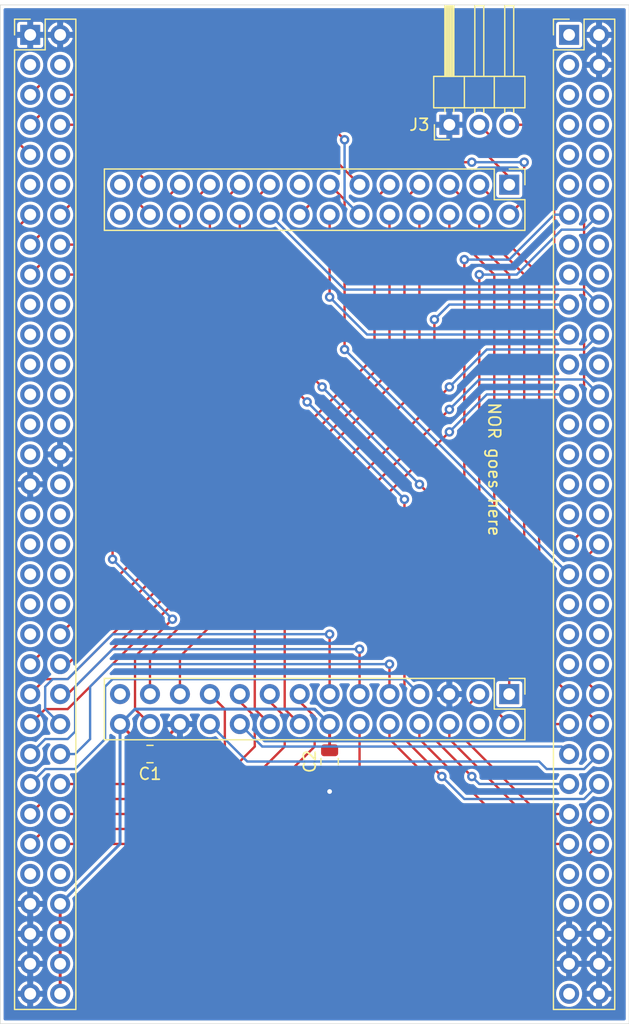
<source format=kicad_pcb>
(kicad_pcb (version 20171130) (host pcbnew "(5.1.8)-1")
  (layers (0 F.Cu signal) (31 B.Cu signal) (34 B.Paste user) (35 F.Paste user) (36 B.SilkS user) (37 F.SilkS user) (38 B.Mask user) (39 F.Mask user) (44 Edge.Cuts user))
  (net 0 "")
  (net 1 +3V3)
  (net 2 GND)
  (net 3 IO12)
  (net 4 IO11)
  (net 5 IO10)
  (net 6 IO9)
  (net 7 IO8)
  (net 8 IO7)
  (net 9 IO6)
  (net 10 IO5)
  (net 11 IO4)
  (net 12 R~B)
  (net 13 ~WE)
  (net 14 IO3)
  (net 15 IO2)
  (net 16 A10)
  (net 17 A9)
  (net 18 IO0)
  (net 19 IO15)
  (net 20 IO14)
  (net 21 IO13)
  (net 22 IO1)
  (net 23 PB11)
  (net 24 PB10)
  (net 25 A11)
  (net 26 A8)
  (net 27 A7)
  (net 28 A6)
  (net 29 PF11)
  (net 30 PB2)
  (net 31 PB1)
  (net 32 PB0)
  (net 33 PC5)
  (net 34 PC4)
  (net 35 PA7)
  (net 36 PA6)
  (net 37 PA5)
  (net 38 PA4)
  (net 39 "Net-(J1-Pad28)")
  (net 40 PC3)
  (net 41 PC2)
  (net 42 PC1)
  (net 43 PC0)
  (net 44 PF10)
  (net 45 PF9)
  (net 46 PF8)
  (net 47 PF7)
  (net 48 PF6)
  (net 49 A5)
  (net 50 A4)
  (net 51 A3)
  (net 52 A2)
  (net 53 A1)
  (net 54 A0)
  (net 55 PC15)
  (net 56 PC14)
  (net 57 PC13)
  (net 58 A22)
  (net 59 A21)
  (net 60 A20)
  (net 61 A19)
  (net 62 A23)
  (net 63 PE1)
  (net 64 PE0)
  (net 65 "Net-(J2-Pad1)")
  (net 66 "Net-(J2-Pad3)")
  (net 67 PB9)
  (net 68 PB8)
  (net 69 PB7)
  (net 70 PB6)
  (net 71 PB5)
  (net 72 PB4)
  (net 73 PB3)
  (net 74 PG15)
  (net 75 A25)
  (net 76 A24)
  (net 77 PG12)
  (net 78 PG11)
  (net 79 PG10)
  (net 80 PG9)
  (net 81 ~CE)
  (net 82 ~OE)
  (net 83 PD3)
  (net 84 PD2)
  (net 85 PC12)
  (net 86 PC11)
  (net 87 PC10)
  (net 88 PA15)
  (net 89 PA14)
  (net 90 PA13)
  (net 91 PA12)
  (net 92 PA11)
  (net 93 PA10)
  (net 94 PA9)
  (net 95 ~RST)
  (net 96 PC9)
  (net 97 PC8)
  (net 98 PC7)
  (net 99 PC6)
  (net 100 PG8)
  (net 101 PG7)
  (net 102 PG6)
  (net 103 A15)
  (net 104 A14)
  (net 105 A13)
  (net 106 A12)
  (net 107 A18)
  (net 108 A17)
  (net 109 A16)
  (net 110 PB15)
  (net 111 PB14)
  (net 112 PB13)
  (net 113 PB12)
  (net 114 "Net-(J2-Pad65)")
  (net 115 "Net-(J4-Pad28)")
  (net 116 "Net-(J4-Pad27)")
  (net 117 "Net-(J4-Pad15)")
  (net 118 "Net-(J5-Pad27)")
  (net 119 "Net-(J5-Pad4)")
  (net 120 "Net-(J1-Pad29)")
  (module Connector_PinHeader_2.54mm:PinHeader_2x14_P2.54mm_Vertical (layer F.Cu) (at 142.24 132.08 270)
    (fp_text reference J5 hide)
    (fp_text value Right)
    (pad 28 thru_hole oval (at 2.54 33.02 270) (size 1.7 1.7) (drill 1) (layers *.Cu *.Mask) (net 1 +3V3))
    (pad 27 thru_hole oval (at 0 33.02 270) (size 1.7 1.7) (drill 1) (layers *.Cu *.Mask) (net 118 "Net-(J5-Pad27)"))
    (pad 26 thru_hole oval (at 2.54 30.48 270) (size 1.7 1.7) (drill 1) (layers *.Cu *.Mask) (net 54 A0))
    (pad 25 thru_hole oval (at 0 30.48 270) (size 1.7 1.7) (drill 1) (layers *.Cu *.Mask) (net 81 ~CE))
    (pad 24 thru_hole oval (at 2.54 27.94 270) (size 1.7 1.7) (drill 1) (layers *.Cu *.Mask) (net 2 GND))
    (pad 23 thru_hole oval (at 0 27.94 270) (size 1.7 1.7) (drill 1) (layers *.Cu *.Mask) (net 82 ~OE))
    (pad 22 thru_hole oval (at 2.54 25.4 270) (size 1.7 1.7) (drill 1) (layers *.Cu *.Mask) (net 18 IO0))
    (pad 21 thru_hole oval (at 0 25.4 270) (size 1.7 1.7) (drill 1) (layers *.Cu *.Mask) (net 7 IO8))
    (pad 20 thru_hole oval (at 2.54 22.86 270) (size 1.7 1.7) (drill 1) (layers *.Cu *.Mask) (net 22 IO1))
    (pad 19 thru_hole oval (at 0 22.86 270) (size 1.7 1.7) (drill 1) (layers *.Cu *.Mask) (net 6 IO9))
    (pad 18 thru_hole oval (at 2.54 20.32 270) (size 1.7 1.7) (drill 1) (layers *.Cu *.Mask) (net 15 IO2))
    (pad 17 thru_hole oval (at 0 20.32 270) (size 1.7 1.7) (drill 1) (layers *.Cu *.Mask) (net 5 IO10))
    (pad 16 thru_hole oval (at 2.54 17.78 270) (size 1.7 1.7) (drill 1) (layers *.Cu *.Mask) (net 14 IO3))
    (pad 15 thru_hole oval (at 0 17.78 270) (size 1.7 1.7) (drill 1) (layers *.Cu *.Mask) (net 4 IO11))
    (pad 14 thru_hole oval (at 2.54 15.24 270) (size 1.7 1.7) (drill 1) (layers *.Cu *.Mask) (net 1 +3V3))
    (pad 13 thru_hole oval (at 0 15.24 270) (size 1.7 1.7) (drill 1) (layers *.Cu *.Mask) (net 11 IO4))
    (pad 12 thru_hole oval (at 2.54 12.7 270) (size 1.7 1.7) (drill 1) (layers *.Cu *.Mask) (net 3 IO12))
    (pad 11 thru_hole oval (at 0 12.7 270) (size 1.7 1.7) (drill 1) (layers *.Cu *.Mask) (net 10 IO5))
    (pad 10 thru_hole oval (at 2.54 10.16 270) (size 1.7 1.7) (drill 1) (layers *.Cu *.Mask) (net 21 IO13))
    (pad 9 thru_hole oval (at 0 10.16 270) (size 1.7 1.7) (drill 1) (layers *.Cu *.Mask) (net 9 IO6))
    (pad 8 thru_hole oval (at 2.54 7.62 270) (size 1.7 1.7) (drill 1) (layers *.Cu *.Mask) (net 20 IO14))
    (pad 7 thru_hole oval (at 0 7.62 270) (size 1.7 1.7) (drill 1) (layers *.Cu *.Mask) (net 8 IO7))
    (pad 6 thru_hole oval (at 2.54 5.08 270) (size 1.7 1.7) (drill 1) (layers *.Cu *.Mask) (net 19 IO15))
    (pad 5 thru_hole oval (at 0 5.08 270) (size 1.7 1.7) (drill 1) (layers *.Cu *.Mask) (net 2 GND))
    (pad 4 thru_hole oval (at 2.54 2.54 270) (size 1.7 1.7) (drill 1) (layers *.Cu *.Mask) (net 119 "Net-(J5-Pad4)"))
    (pad 3 thru_hole oval (at 0 2.54 270) (size 1.7 1.7) (drill 1) (layers *.Cu *.Mask) (net 109 A16))
    (pad 2 thru_hole oval (at 2.54 0 270) (size 1.7 1.7) (drill 1) (layers *.Cu *.Mask) (net 75 A25))
    (pad 1 thru_hole rect (at 0 0 270) (size 1.7 1.7) (drill 1) (layers *.Cu *.Mask) (net 76 A24))
  )
  (module Connector_PinHeader_2.54mm:PinHeader_2x14_P2.54mm_Vertical (layer F.Cu) (at 142.24 88.9 270)
    (fp_text reference J4 hide)
    (fp_text value Left)
    (pad 28 thru_hole oval (at 2.54 33.02 270) (size 1.7 1.7) (drill 1) (layers *.Cu *.Mask) (net 115 "Net-(J4-Pad28)"))
    (pad 27 thru_hole oval (at 0 33.02 270) (size 1.7 1.7) (drill 1) (layers *.Cu *.Mask) (net 116 "Net-(J4-Pad27)"))
    (pad 26 thru_hole oval (at 2.54 30.48 270) (size 1.7 1.7) (drill 1) (layers *.Cu *.Mask) (net 52 A2))
    (pad 25 thru_hole oval (at 0 30.48 270) (size 1.7 1.7) (drill 1) (layers *.Cu *.Mask) (net 53 A1))
    (pad 24 thru_hole oval (at 2.54 27.94 270) (size 1.7 1.7) (drill 1) (layers *.Cu *.Mask) (net 50 A4))
    (pad 23 thru_hole oval (at 0 27.94 270) (size 1.7 1.7) (drill 1) (layers *.Cu *.Mask) (net 51 A3))
    (pad 22 thru_hole oval (at 2.54 25.4 270) (size 1.7 1.7) (drill 1) (layers *.Cu *.Mask) (net 28 A6))
    (pad 21 thru_hole oval (at 0 25.4 270) (size 1.7 1.7) (drill 1) (layers *.Cu *.Mask) (net 49 A5))
    (pad 20 thru_hole oval (at 2.54 22.86 270) (size 1.7 1.7) (drill 1) (layers *.Cu *.Mask) (net 108 A17))
    (pad 19 thru_hole oval (at 0 22.86 270) (size 1.7 1.7) (drill 1) (layers *.Cu *.Mask) (net 27 A7))
    (pad 18 thru_hole oval (at 2.54 20.32 270) (size 1.7 1.7) (drill 1) (layers *.Cu *.Mask) (net 12 R~B))
    (pad 17 thru_hole oval (at 0 20.32 270) (size 1.7 1.7) (drill 1) (layers *.Cu *.Mask) (net 107 A18))
    (pad 16 thru_hole oval (at 2.54 17.78 270) (size 1.7 1.7) (drill 1) (layers *.Cu *.Mask) (net 59 A21))
    (pad 15 thru_hole oval (at 0 17.78 270) (size 1.7 1.7) (drill 1) (layers *.Cu *.Mask) (net 117 "Net-(J4-Pad15)"))
    (pad 14 thru_hole oval (at 2.54 15.24 270) (size 1.7 1.7) (drill 1) (layers *.Cu *.Mask) (net 13 ~WE))
    (pad 13 thru_hole oval (at 0 15.24 270) (size 1.7 1.7) (drill 1) (layers *.Cu *.Mask) (net 95 ~RST))
    (pad 12 thru_hole oval (at 2.54 12.7 270) (size 1.7 1.7) (drill 1) (layers *.Cu *.Mask) (net 61 A19))
    (pad 11 thru_hole oval (at 0 12.7 270) (size 1.7 1.7) (drill 1) (layers *.Cu *.Mask) (net 60 A20))
    (pad 10 thru_hole oval (at 2.54 10.16 270) (size 1.7 1.7) (drill 1) (layers *.Cu *.Mask) (net 17 A9))
    (pad 9 thru_hole oval (at 0 10.16 270) (size 1.7 1.7) (drill 1) (layers *.Cu *.Mask) (net 26 A8))
    (pad 8 thru_hole oval (at 2.54 7.62 270) (size 1.7 1.7) (drill 1) (layers *.Cu *.Mask) (net 25 A11))
    (pad 7 thru_hole oval (at 0 7.62 270) (size 1.7 1.7) (drill 1) (layers *.Cu *.Mask) (net 16 A10))
    (pad 6 thru_hole oval (at 2.54 5.08 270) (size 1.7 1.7) (drill 1) (layers *.Cu *.Mask) (net 105 A13))
    (pad 5 thru_hole oval (at 0 5.08 270) (size 1.7 1.7) (drill 1) (layers *.Cu *.Mask) (net 106 A12))
    (pad 4 thru_hole oval (at 2.54 2.54 270) (size 1.7 1.7) (drill 1) (layers *.Cu *.Mask) (net 103 A15))
    (pad 3 thru_hole oval (at 0 2.54 270) (size 1.7 1.7) (drill 1) (layers *.Cu *.Mask) (net 104 A14))
    (pad 2 thru_hole oval (at 2.54 0 270) (size 1.7 1.7) (drill 1) (layers *.Cu *.Mask) (net 62 A23))
    (pad 1 thru_hole rect (at 0 0 270) (size 1.7 1.7) (drill 1) (layers *.Cu *.Mask) (net 58 A22))
  )
  (module Capacitor_SMD:C_0805_2012Metric (layer F.Cu) (at 111.76 137.16 180)
    (fp_text reference C1 (at 0 -1.68) (layer F.SilkS))
    (fp_text value 100n)
    (pad 1 smd roundrect (at -0.95 0 180) (size 1 1.45) (layers F.Cu F.Paste F.Mask) (net 2 GND))
    (pad 2 smd roundrect (at 0.95 0 180) (size 1 1.45) (layers F.Cu F.Paste F.Mask) (net 1 +3V3))
  )
  (module Capacitor_SMD:C_0805_2012Metric (layer F.Cu) (at 127 137.795 90)
    (fp_text reference C2 (at 0 -1.68 270) (layer F.SilkS))
    (fp_text value 100n)
    (pad 2 smd roundrect (at 0.95 0 90) (size 1 1.45) (layers F.Cu F.Paste F.Mask) (net 1 +3V3))
    (pad 1 smd roundrect (at -0.95 0 90) (size 1 1.45) (layers F.Cu F.Paste F.Mask) (net 2 GND))
  )
  (module Connector_PinHeader_2.54mm:PinHeader_2x33_P2.54mm_Vertical (layer F.Cu) (at 101.6 76.2)
    (fp_text reference J1 hide)
    (fp_text value Left)
    (pad 66 thru_hole oval (at 2.54 81.28) (size 1.7 1.7) (drill 1) (layers *.Cu *.Mask) (net 1 +3V3))
    (pad 65 thru_hole oval (at 0 81.28) (size 1.7 1.7) (drill 1) (layers *.Cu *.Mask) (net 2 GND))
    (pad 64 thru_hole oval (at 2.54 78.74) (size 1.7 1.7) (drill 1) (layers *.Cu *.Mask) (net 1 +3V3))
    (pad 63 thru_hole oval (at 0 78.74) (size 1.7 1.7) (drill 1) (layers *.Cu *.Mask) (net 2 GND))
    (pad 62 thru_hole oval (at 2.54 76.2) (size 1.7 1.7) (drill 1) (layers *.Cu *.Mask) (net 1 +3V3))
    (pad 61 thru_hole oval (at 0 76.2) (size 1.7 1.7) (drill 1) (layers *.Cu *.Mask) (net 2 GND))
    (pad 60 thru_hole oval (at 2.54 73.66) (size 1.7 1.7) (drill 1) (layers *.Cu *.Mask) (net 1 +3V3))
    (pad 59 thru_hole oval (at 0 73.66) (size 1.7 1.7) (drill 1) (layers *.Cu *.Mask) (net 2 GND))
    (pad 58 thru_hole oval (at 2.54 71.12) (size 1.7 1.7) (drill 1) (layers *.Cu *.Mask) (net 23 PB11))
    (pad 57 thru_hole oval (at 0 71.12) (size 1.7 1.7) (drill 1) (layers *.Cu *.Mask) (net 24 PB10))
    (pad 56 thru_hole oval (at 2.54 68.58) (size 1.7 1.7) (drill 1) (layers *.Cu *.Mask) (net 3 IO12))
    (pad 55 thru_hole oval (at 0 68.58) (size 1.7 1.7) (drill 1) (layers *.Cu *.Mask) (net 4 IO11))
    (pad 54 thru_hole oval (at 2.54 66.04) (size 1.7 1.7) (drill 1) (layers *.Cu *.Mask) (net 5 IO10))
    (pad 53 thru_hole oval (at 0 66.04) (size 1.7 1.7) (drill 1) (layers *.Cu *.Mask) (net 6 IO9))
    (pad 52 thru_hole oval (at 2.54 63.5) (size 1.7 1.7) (drill 1) (layers *.Cu *.Mask) (net 7 IO8))
    (pad 51 thru_hole oval (at 0 63.5) (size 1.7 1.7) (drill 1) (layers *.Cu *.Mask) (net 8 IO7))
    (pad 50 thru_hole oval (at 2.54 60.96) (size 1.7 1.7) (drill 1) (layers *.Cu *.Mask) (net 9 IO6))
    (pad 49 thru_hole oval (at 0 60.96) (size 1.7 1.7) (drill 1) (layers *.Cu *.Mask) (net 10 IO5))
    (pad 48 thru_hole oval (at 2.54 58.42) (size 1.7 1.7) (drill 1) (layers *.Cu *.Mask) (net 11 IO4))
    (pad 47 thru_hole oval (at 0 58.42) (size 1.7 1.7) (drill 1) (layers *.Cu *.Mask) (net 25 A11))
    (pad 46 thru_hole oval (at 2.54 55.88) (size 1.7 1.7) (drill 1) (layers *.Cu *.Mask) (net 16 A10))
    (pad 45 thru_hole oval (at 0 55.88) (size 1.7 1.7) (drill 1) (layers *.Cu *.Mask) (net 17 A9))
    (pad 44 thru_hole oval (at 2.54 53.34) (size 1.7 1.7) (drill 1) (layers *.Cu *.Mask) (net 26 A8))
    (pad 43 thru_hole oval (at 0 53.34) (size 1.7 1.7) (drill 1) (layers *.Cu *.Mask) (net 27 A7))
    (pad 42 thru_hole oval (at 2.54 50.8) (size 1.7 1.7) (drill 1) (layers *.Cu *.Mask) (net 28 A6))
    (pad 41 thru_hole oval (at 0 50.8) (size 1.7 1.7) (drill 1) (layers *.Cu *.Mask) (net 29 PF11))
    (pad 40 thru_hole oval (at 2.54 48.26) (size 1.7 1.7) (drill 1) (layers *.Cu *.Mask) (net 30 PB2))
    (pad 39 thru_hole oval (at 0 48.26) (size 1.7 1.7) (drill 1) (layers *.Cu *.Mask) (net 31 PB1))
    (pad 38 thru_hole oval (at 2.54 45.72) (size 1.7 1.7) (drill 1) (layers *.Cu *.Mask) (net 32 PB0))
    (pad 37 thru_hole oval (at 0 45.72) (size 1.7 1.7) (drill 1) (layers *.Cu *.Mask) (net 33 PC5))
    (pad 36 thru_hole oval (at 2.54 43.18) (size 1.7 1.7) (drill 1) (layers *.Cu *.Mask) (net 34 PC4))
    (pad 35 thru_hole oval (at 0 43.18) (size 1.7 1.7) (drill 1) (layers *.Cu *.Mask) (net 35 PA7))
    (pad 34 thru_hole oval (at 2.54 40.64) (size 1.7 1.7) (drill 1) (layers *.Cu *.Mask) (net 36 PA6))
    (pad 33 thru_hole oval (at 0 40.64) (size 1.7 1.7) (drill 1) (layers *.Cu *.Mask) (net 37 PA5))
    (pad 32 thru_hole oval (at 2.54 38.1) (size 1.7 1.7) (drill 1) (layers *.Cu *.Mask) (net 38 PA4))
    (pad 31 thru_hole oval (at 0 38.1) (size 1.7 1.7) (drill 1) (layers *.Cu *.Mask) (net 2 GND))
    (pad 30 thru_hole oval (at 2.54 35.56) (size 1.7 1.7) (drill 1) (layers *.Cu *.Mask) (net 2 GND))
    (pad 29 thru_hole oval (at 0 35.56) (size 1.7 1.7) (drill 1) (layers *.Cu *.Mask) (net 120 "Net-(J1-Pad29)"))
    (pad 28 thru_hole oval (at 2.54 33.02) (size 1.7 1.7) (drill 1) (layers *.Cu *.Mask) (net 39 "Net-(J1-Pad28)"))
    (pad 27 thru_hole oval (at 0 33.02) (size 1.7 1.7) (drill 1) (layers *.Cu *.Mask) (net 40 PC3))
    (pad 26 thru_hole oval (at 2.54 30.48) (size 1.7 1.7) (drill 1) (layers *.Cu *.Mask) (net 41 PC2))
    (pad 25 thru_hole oval (at 0 30.48) (size 1.7 1.7) (drill 1) (layers *.Cu *.Mask) (net 42 PC1))
    (pad 24 thru_hole oval (at 2.54 27.94) (size 1.7 1.7) (drill 1) (layers *.Cu *.Mask) (net 43 PC0))
    (pad 23 thru_hole oval (at 0 27.94) (size 1.7 1.7) (drill 1) (layers *.Cu *.Mask) (net 44 PF10))
    (pad 22 thru_hole oval (at 2.54 25.4) (size 1.7 1.7) (drill 1) (layers *.Cu *.Mask) (net 45 PF9))
    (pad 21 thru_hole oval (at 0 25.4) (size 1.7 1.7) (drill 1) (layers *.Cu *.Mask) (net 46 PF8))
    (pad 20 thru_hole oval (at 2.54 22.86) (size 1.7 1.7) (drill 1) (layers *.Cu *.Mask) (net 47 PF7))
    (pad 19 thru_hole oval (at 0 22.86) (size 1.7 1.7) (drill 1) (layers *.Cu *.Mask) (net 48 PF6))
    (pad 18 thru_hole oval (at 2.54 20.32) (size 1.7 1.7) (drill 1) (layers *.Cu *.Mask) (net 49 A5))
    (pad 17 thru_hole oval (at 0 20.32) (size 1.7 1.7) (drill 1) (layers *.Cu *.Mask) (net 50 A4))
    (pad 16 thru_hole oval (at 2.54 17.78) (size 1.7 1.7) (drill 1) (layers *.Cu *.Mask) (net 51 A3))
    (pad 15 thru_hole oval (at 0 17.78) (size 1.7 1.7) (drill 1) (layers *.Cu *.Mask) (net 52 A2))
    (pad 14 thru_hole oval (at 2.54 15.24) (size 1.7 1.7) (drill 1) (layers *.Cu *.Mask) (net 53 A1))
    (pad 13 thru_hole oval (at 0 15.24) (size 1.7 1.7) (drill 1) (layers *.Cu *.Mask) (net 54 A0))
    (pad 12 thru_hole oval (at 2.54 12.7) (size 1.7 1.7) (drill 1) (layers *.Cu *.Mask) (net 55 PC15))
    (pad 11 thru_hole oval (at 0 12.7) (size 1.7 1.7) (drill 1) (layers *.Cu *.Mask) (net 56 PC14))
    (pad 10 thru_hole oval (at 2.54 10.16) (size 1.7 1.7) (drill 1) (layers *.Cu *.Mask) (net 57 PC13))
    (pad 9 thru_hole oval (at 0 10.16) (size 1.7 1.7) (drill 1) (layers *.Cu *.Mask) (net 58 A22))
    (pad 8 thru_hole oval (at 2.54 7.62) (size 1.7 1.7) (drill 1) (layers *.Cu *.Mask) (net 59 A21))
    (pad 7 thru_hole oval (at 0 7.62) (size 1.7 1.7) (drill 1) (layers *.Cu *.Mask) (net 60 A20))
    (pad 6 thru_hole oval (at 2.54 5.08) (size 1.7 1.7) (drill 1) (layers *.Cu *.Mask) (net 61 A19))
    (pad 5 thru_hole oval (at 0 5.08) (size 1.7 1.7) (drill 1) (layers *.Cu *.Mask) (net 62 A23))
    (pad 4 thru_hole oval (at 2.54 2.54) (size 1.7 1.7) (drill 1) (layers *.Cu *.Mask) (net 63 PE1))
    (pad 3 thru_hole oval (at 0 2.54) (size 1.7 1.7) (drill 1) (layers *.Cu *.Mask) (net 64 PE0))
    (pad 2 thru_hole oval (at 2.54 0) (size 1.7 1.7) (drill 1) (layers *.Cu *.Mask) (net 2 GND))
    (pad 1 thru_hole rect (at 0 0) (size 1.7 1.7) (drill 1) (layers *.Cu *.Mask) (net 2 GND))
  )
  (module Connector_PinHeader_2.54mm:PinHeader_2x33_P2.54mm_Vertical (layer F.Cu) (at 147.32 76.2)
    (fp_text reference J2 hide)
    (fp_text value Right)
    (pad 1 thru_hole rect (at 0 0) (size 1.7 1.7) (drill 1) (layers *.Cu *.Mask) (net 65 "Net-(J2-Pad1)"))
    (pad 2 thru_hole oval (at 2.54 0) (size 1.7 1.7) (drill 1) (layers *.Cu *.Mask) (net 2 GND))
    (pad 3 thru_hole oval (at 0 2.54) (size 1.7 1.7) (drill 1) (layers *.Cu *.Mask) (net 66 "Net-(J2-Pad3)"))
    (pad 4 thru_hole oval (at 2.54 2.54) (size 1.7 1.7) (drill 1) (layers *.Cu *.Mask) (net 2 GND))
    (pad 5 thru_hole oval (at 0 5.08) (size 1.7 1.7) (drill 1) (layers *.Cu *.Mask) (net 67 PB9))
    (pad 6 thru_hole oval (at 2.54 5.08) (size 1.7 1.7) (drill 1) (layers *.Cu *.Mask) (net 68 PB8))
    (pad 7 thru_hole oval (at 0 7.62) (size 1.7 1.7) (drill 1) (layers *.Cu *.Mask) (net 69 PB7))
    (pad 8 thru_hole oval (at 2.54 7.62) (size 1.7 1.7) (drill 1) (layers *.Cu *.Mask) (net 70 PB6))
    (pad 9 thru_hole oval (at 0 10.16) (size 1.7 1.7) (drill 1) (layers *.Cu *.Mask) (net 71 PB5))
    (pad 10 thru_hole oval (at 2.54 10.16) (size 1.7 1.7) (drill 1) (layers *.Cu *.Mask) (net 72 PB4))
    (pad 11 thru_hole oval (at 0 12.7) (size 1.7 1.7) (drill 1) (layers *.Cu *.Mask) (net 73 PB3))
    (pad 12 thru_hole oval (at 2.54 12.7) (size 1.7 1.7) (drill 1) (layers *.Cu *.Mask) (net 74 PG15))
    (pad 13 thru_hole oval (at 0 15.24) (size 1.7 1.7) (drill 1) (layers *.Cu *.Mask) (net 75 A25))
    (pad 14 thru_hole oval (at 2.54 15.24) (size 1.7 1.7) (drill 1) (layers *.Cu *.Mask) (net 76 A24))
    (pad 15 thru_hole oval (at 0 17.78) (size 1.7 1.7) (drill 1) (layers *.Cu *.Mask) (net 77 PG12))
    (pad 16 thru_hole oval (at 2.54 17.78) (size 1.7 1.7) (drill 1) (layers *.Cu *.Mask) (net 78 PG11))
    (pad 17 thru_hole oval (at 0 20.32) (size 1.7 1.7) (drill 1) (layers *.Cu *.Mask) (net 79 PG10))
    (pad 18 thru_hole oval (at 2.54 20.32) (size 1.7 1.7) (drill 1) (layers *.Cu *.Mask) (net 80 PG9))
    (pad 19 thru_hole oval (at 0 22.86) (size 1.7 1.7) (drill 1) (layers *.Cu *.Mask) (net 81 ~CE))
    (pad 20 thru_hole oval (at 2.54 22.86) (size 1.7 1.7) (drill 1) (layers *.Cu *.Mask) (net 12 R~B))
    (pad 21 thru_hole oval (at 0 25.4) (size 1.7 1.7) (drill 1) (layers *.Cu *.Mask) (net 13 ~WE))
    (pad 22 thru_hole oval (at 2.54 25.4) (size 1.7 1.7) (drill 1) (layers *.Cu *.Mask) (net 82 ~OE))
    (pad 23 thru_hole oval (at 0 27.94) (size 1.7 1.7) (drill 1) (layers *.Cu *.Mask) (net 83 PD3))
    (pad 24 thru_hole oval (at 2.54 27.94) (size 1.7 1.7) (drill 1) (layers *.Cu *.Mask) (net 84 PD2))
    (pad 25 thru_hole oval (at 0 30.48) (size 1.7 1.7) (drill 1) (layers *.Cu *.Mask) (net 14 IO3))
    (pad 26 thru_hole oval (at 2.54 30.48) (size 1.7 1.7) (drill 1) (layers *.Cu *.Mask) (net 15 IO2))
    (pad 27 thru_hole oval (at 0 33.02) (size 1.7 1.7) (drill 1) (layers *.Cu *.Mask) (net 85 PC12))
    (pad 28 thru_hole oval (at 2.54 33.02) (size 1.7 1.7) (drill 1) (layers *.Cu *.Mask) (net 86 PC11))
    (pad 29 thru_hole oval (at 0 35.56) (size 1.7 1.7) (drill 1) (layers *.Cu *.Mask) (net 87 PC10))
    (pad 30 thru_hole oval (at 2.54 35.56) (size 1.7 1.7) (drill 1) (layers *.Cu *.Mask) (net 88 PA15))
    (pad 31 thru_hole oval (at 0 38.1) (size 1.7 1.7) (drill 1) (layers *.Cu *.Mask) (net 89 PA14))
    (pad 32 thru_hole oval (at 2.54 38.1) (size 1.7 1.7) (drill 1) (layers *.Cu *.Mask) (net 90 PA13))
    (pad 33 thru_hole oval (at 0 40.64) (size 1.7 1.7) (drill 1) (layers *.Cu *.Mask) (net 91 PA12))
    (pad 34 thru_hole oval (at 2.54 40.64) (size 1.7 1.7) (drill 1) (layers *.Cu *.Mask) (net 92 PA11))
    (pad 35 thru_hole oval (at 0 43.18) (size 1.7 1.7) (drill 1) (layers *.Cu *.Mask) (net 93 PA10))
    (pad 36 thru_hole oval (at 2.54 43.18) (size 1.7 1.7) (drill 1) (layers *.Cu *.Mask) (net 94 PA9))
    (pad 37 thru_hole oval (at 0 45.72) (size 1.7 1.7) (drill 1) (layers *.Cu *.Mask) (net 95 ~RST))
    (pad 38 thru_hole oval (at 2.54 45.72) (size 1.7 1.7) (drill 1) (layers *.Cu *.Mask) (net 96 PC9))
    (pad 39 thru_hole oval (at 0 48.26) (size 1.7 1.7) (drill 1) (layers *.Cu *.Mask) (net 97 PC8))
    (pad 40 thru_hole oval (at 2.54 48.26) (size 1.7 1.7) (drill 1) (layers *.Cu *.Mask) (net 98 PC7))
    (pad 41 thru_hole oval (at 0 50.8) (size 1.7 1.7) (drill 1) (layers *.Cu *.Mask) (net 99 PC6))
    (pad 42 thru_hole oval (at 2.54 50.8) (size 1.7 1.7) (drill 1) (layers *.Cu *.Mask) (net 100 PG8))
    (pad 43 thru_hole oval (at 0 53.34) (size 1.7 1.7) (drill 1) (layers *.Cu *.Mask) (net 101 PG7))
    (pad 44 thru_hole oval (at 2.54 53.34) (size 1.7 1.7) (drill 1) (layers *.Cu *.Mask) (net 102 PG6))
    (pad 45 thru_hole oval (at 0 55.88) (size 1.7 1.7) (drill 1) (layers *.Cu *.Mask) (net 103 A15))
    (pad 46 thru_hole oval (at 2.54 55.88) (size 1.7 1.7) (drill 1) (layers *.Cu *.Mask) (net 104 A14))
    (pad 47 thru_hole oval (at 0 58.42) (size 1.7 1.7) (drill 1) (layers *.Cu *.Mask) (net 105 A13))
    (pad 48 thru_hole oval (at 2.54 58.42) (size 1.7 1.7) (drill 1) (layers *.Cu *.Mask) (net 106 A12))
    (pad 49 thru_hole oval (at 0 60.96) (size 1.7 1.7) (drill 1) (layers *.Cu *.Mask) (net 22 IO1))
    (pad 50 thru_hole oval (at 2.54 60.96) (size 1.7 1.7) (drill 1) (layers *.Cu *.Mask) (net 18 IO0))
    (pad 51 thru_hole oval (at 0 63.5) (size 1.7 1.7) (drill 1) (layers *.Cu *.Mask) (net 107 A18))
    (pad 52 thru_hole oval (at 2.54 63.5) (size 1.7 1.7) (drill 1) (layers *.Cu *.Mask) (net 108 A17))
    (pad 53 thru_hole oval (at 0 66.04) (size 1.7 1.7) (drill 1) (layers *.Cu *.Mask) (net 109 A16))
    (pad 54 thru_hole oval (at 2.54 66.04) (size 1.7 1.7) (drill 1) (layers *.Cu *.Mask) (net 19 IO15))
    (pad 55 thru_hole oval (at 0 68.58) (size 1.7 1.7) (drill 1) (layers *.Cu *.Mask) (net 20 IO14))
    (pad 56 thru_hole oval (at 2.54 68.58) (size 1.7 1.7) (drill 1) (layers *.Cu *.Mask) (net 21 IO13))
    (pad 57 thru_hole oval (at 0 71.12) (size 1.7 1.7) (drill 1) (layers *.Cu *.Mask) (net 110 PB15))
    (pad 58 thru_hole oval (at 2.54 71.12) (size 1.7 1.7) (drill 1) (layers *.Cu *.Mask) (net 111 PB14))
    (pad 59 thru_hole oval (at 0 73.66) (size 1.7 1.7) (drill 1) (layers *.Cu *.Mask) (net 112 PB13))
    (pad 60 thru_hole oval (at 2.54 73.66) (size 1.7 1.7) (drill 1) (layers *.Cu *.Mask) (net 113 PB12))
    (pad 61 thru_hole oval (at 0 76.2) (size 1.7 1.7) (drill 1) (layers *.Cu *.Mask) (net 2 GND))
    (pad 62 thru_hole oval (at 2.54 76.2) (size 1.7 1.7) (drill 1) (layers *.Cu *.Mask) (net 2 GND))
    (pad 63 thru_hole oval (at 0 78.74) (size 1.7 1.7) (drill 1) (layers *.Cu *.Mask) (net 2 GND))
    (pad 64 thru_hole oval (at 2.54 78.74) (size 1.7 1.7) (drill 1) (layers *.Cu *.Mask) (net 2 GND))
    (pad 65 thru_hole oval (at 0 81.28) (size 1.7 1.7) (drill 1) (layers *.Cu *.Mask) (net 114 "Net-(J2-Pad65)"))
    (pad 66 thru_hole oval (at 2.54 81.28) (size 1.7 1.7) (drill 1) (layers *.Cu *.Mask) (net 2 GND))
  )
  (module Connector_PinHeader_2.54mm:PinHeader_1x03_P2.54mm_Horizontal (layer F.Cu) (at 137.16 83.82 90)
    (fp_text reference J3 (at 0 -2.54 180) (layer F.SilkS))
    (fp_text value DBG)
    (pad 1 thru_hole rect (at 0 0 90) (size 1.7 1.7) (drill 1) (layers *.Cu *.Mask) (net 2 GND))
    (pad 2 thru_hole oval (at 0 2.54 90) (size 1.7 1.7) (drill 1) (layers *.Cu *.Mask) (net 94 PA9))
    (pad 3 thru_hole oval (at 0 5.08 90) (size 1.7 1.7) (drill 1) (layers *.Cu *.Mask) (net 93 PA10))
  )
  (gr_text "NOR goes here" (at 140.97 113.03 270) (layer F.SilkS) (effects (font (size 1 1))))
  (gr_line (start 152.4 160.02) (end 99.06 160.02) (layer Edge.Cuts) (width 0.05))
  (gr_line (start 152.4 73.66) (end 152.4 160.02) (layer Edge.Cuts) (width 0.05))
  (gr_line (start 99.06 73.66) (end 152.4 73.66) (layer Edge.Cuts) (width 0.05))
  (gr_line (start 99.06 160.02) (end 99.06 73.66) (layer Edge.Cuts) (width 0.05))
  (segment (start 110.81 136.21) (end 110.81 137.16) (width 0.25) (layer F.Cu) (net 1))
  (segment (start 109.22 134.62) (end 110.81 136.21) (width 0.25) (layer F.Cu) (net 1))
  (segment (start 127 134.62) (end 125.73 133.35) (width 0.25) (layer B.Cu) (net 1))
  (segment (start 125.73 133.35) (end 110.49 133.35) (width 0.25) (layer B.Cu) (net 1))
  (segment (start 110.49 133.35) (end 109.22 134.62) (width 0.25) (layer B.Cu) (net 1))
  (segment (start 127 136.845) (end 127 134.62) (width 0.25) (layer F.Cu) (net 1))
  (segment (start 104.14 157.48) (end 104.14 149.86) (width 0.25) (layer F.Cu) (net 1))
  (segment (start 109.22 144.78) (end 109.22 134.62) (width 0.25) (layer B.Cu) (net 1))
  (segment (start 104.14 149.86) (end 109.22 144.78) (width 0.25) (layer B.Cu) (net 1))
  (segment (start 112.71 136.21) (end 112.71 137.16) (width 0.25) (layer F.Cu) (net 2))
  (segment (start 114.3 134.62) (end 112.71 136.21) (width 0.25) (layer F.Cu) (net 2))
  (via (at 127 140.335) (size 0.8) (drill 0.4) (layers F.Cu B.Cu) (net 2))
  (segment (start 127 138.745) (end 127 140.335) (width 0.25) (layer F.Cu) (net 2))
  (segment (start 129.54 139.7) (end 129.54 134.62) (width 0.2) (layer F.Cu) (net 3))
  (segment (start 124.46 144.78) (end 129.54 139.7) (width 0.2) (layer F.Cu) (net 3))
  (segment (start 104.14 144.78) (end 124.46 144.78) (width 0.2) (layer F.Cu) (net 3))
  (segment (start 102.87 143.51) (end 101.6 144.78) (width 0.2) (layer F.Cu) (net 4))
  (segment (start 118.745 143.51) (end 102.87 143.51) (width 0.2) (layer F.Cu) (net 4))
  (segment (start 125.73 136.525) (end 118.745 143.51) (width 0.2) (layer F.Cu) (net 4))
  (segment (start 125.73 133.985) (end 125.73 136.525) (width 0.2) (layer F.Cu) (net 4))
  (segment (start 124.46 132.715) (end 125.73 133.985) (width 0.2) (layer F.Cu) (net 4))
  (segment (start 124.46 132.08) (end 124.46 132.715) (width 0.2) (layer F.Cu) (net 4))
  (segment (start 117.475 142.24) (end 104.14 142.24) (width 0.2) (layer F.Cu) (net 5))
  (segment (start 123.19 136.525) (end 117.475 142.24) (width 0.2) (layer F.Cu) (net 5))
  (segment (start 123.19 133.985) (end 123.19 136.525) (width 0.2) (layer F.Cu) (net 5))
  (segment (start 121.92 132.715) (end 123.19 133.985) (width 0.2) (layer F.Cu) (net 5))
  (segment (start 121.92 132.08) (end 121.92 132.715) (width 0.2) (layer F.Cu) (net 5))
  (segment (start 116.205 140.97) (end 102.87 140.97) (width 0.2) (layer F.Cu) (net 6))
  (segment (start 102.87 140.97) (end 101.6 142.24) (width 0.2) (layer F.Cu) (net 6))
  (segment (start 120.65 136.525) (end 116.205 140.97) (width 0.2) (layer F.Cu) (net 6))
  (segment (start 120.65 133.985) (end 120.65 136.525) (width 0.2) (layer F.Cu) (net 6))
  (segment (start 119.38 132.715) (end 120.65 133.985) (width 0.2) (layer F.Cu) (net 6))
  (segment (start 119.38 132.08) (end 119.38 132.715) (width 0.2) (layer F.Cu) (net 6))
  (segment (start 114.935 139.7) (end 104.14 139.7) (width 0.2) (layer F.Cu) (net 7))
  (segment (start 118.11 136.525) (end 114.935 139.7) (width 0.2) (layer F.Cu) (net 7))
  (segment (start 118.11 133.35) (end 118.11 136.525) (width 0.2) (layer F.Cu) (net 7))
  (segment (start 116.84 132.08) (end 118.11 133.35) (width 0.2) (layer F.Cu) (net 7))
  (segment (start 105.41 138.43) (end 102.87 138.43) (width 0.2) (layer B.Cu) (net 8))
  (segment (start 107.95 135.89) (end 105.41 138.43) (width 0.2) (layer B.Cu) (net 8))
  (segment (start 107.95 131.445) (end 107.95 135.89) (width 0.2) (layer B.Cu) (net 8))
  (segment (start 108.585 130.81) (end 107.95 131.445) (width 0.2) (layer B.Cu) (net 8))
  (segment (start 133.35 130.81) (end 108.585 130.81) (width 0.2) (layer B.Cu) (net 8))
  (segment (start 134.62 132.08) (end 133.35 130.81) (width 0.2) (layer B.Cu) (net 8))
  (segment (start 102.87 138.43) (end 101.6 139.7) (width 0.2) (layer B.Cu) (net 8))
  (segment (start 108.585 129.54) (end 132.08 129.54) (width 0.2) (layer B.Cu) (net 9))
  (segment (start 106.68 131.445) (end 108.585 129.54) (width 0.2) (layer B.Cu) (net 9))
  (segment (start 106.68 135.89) (end 106.68 131.445) (width 0.2) (layer B.Cu) (net 9))
  (segment (start 105.41 137.16) (end 106.68 135.89) (width 0.2) (layer B.Cu) (net 9))
  (segment (start 104.14 137.16) (end 105.41 137.16) (width 0.2) (layer B.Cu) (net 9))
  (via (at 132.08 129.54) (size 0.8) (drill 0.4) (layers F.Cu B.Cu) (net 9))
  (segment (start 132.08 129.54) (end 132.08 132.08) (width 0.2) (layer F.Cu) (net 9))
  (segment (start 105.41 131.445) (end 108.585 128.27) (width 0.2) (layer B.Cu) (net 10))
  (segment (start 105.41 135.255) (end 105.41 131.445) (width 0.2) (layer B.Cu) (net 10))
  (segment (start 104.775 135.89) (end 105.41 135.255) (width 0.2) (layer B.Cu) (net 10))
  (segment (start 102.87 135.89) (end 104.775 135.89) (width 0.2) (layer B.Cu) (net 10))
  (segment (start 108.585 128.27) (end 129.54 128.27) (width 0.2) (layer B.Cu) (net 10))
  (segment (start 101.6 137.16) (end 102.87 135.89) (width 0.2) (layer B.Cu) (net 10))
  (via (at 129.54 128.27) (size 0.8) (drill 0.4) (layers F.Cu B.Cu) (net 10))
  (segment (start 129.54 128.27) (end 129.54 132.08) (width 0.2) (layer F.Cu) (net 10))
  (segment (start 108.585 127) (end 127 127) (width 0.2) (layer B.Cu) (net 11))
  (segment (start 104.775 130.81) (end 108.585 127) (width 0.2) (layer B.Cu) (net 11))
  (segment (start 103.505 130.81) (end 104.775 130.81) (width 0.2) (layer B.Cu) (net 11))
  (segment (start 102.87 131.445) (end 103.505 130.81) (width 0.2) (layer B.Cu) (net 11))
  (segment (start 102.87 133.35) (end 102.87 131.445) (width 0.2) (layer B.Cu) (net 11))
  (segment (start 104.14 134.62) (end 102.87 133.35) (width 0.2) (layer B.Cu) (net 11))
  (via (at 127 127) (size 0.8) (drill 0.4) (layers F.Cu B.Cu) (net 11))
  (segment (start 127 127) (end 127 132.08) (width 0.2) (layer F.Cu) (net 11))
  (segment (start 128.27 97.79) (end 121.92 91.44) (width 0.2) (layer B.Cu) (net 12))
  (segment (start 148.59 97.79) (end 128.27 97.79) (width 0.2) (layer B.Cu) (net 12))
  (segment (start 149.86 99.06) (end 148.59 97.79) (width 0.2) (layer B.Cu) (net 12))
  (via (at 127 98.425) (size 0.8) (drill 0.4) (layers F.Cu B.Cu) (net 13))
  (segment (start 130.175 101.6) (end 127 98.425) (width 0.2) (layer B.Cu) (net 13))
  (segment (start 147.32 101.6) (end 130.175 101.6) (width 0.2) (layer B.Cu) (net 13))
  (segment (start 127 98.425) (end 127 91.44) (width 0.2) (layer F.Cu) (net 13))
  (segment (start 123.19 123.825) (end 137.16 109.855) (width 0.2) (layer F.Cu) (net 14))
  (segment (start 123.19 133.35) (end 123.19 123.825) (width 0.2) (layer F.Cu) (net 14))
  (segment (start 124.46 134.62) (end 123.19 133.35) (width 0.2) (layer F.Cu) (net 14))
  (via (at 137.16 109.855) (size 0.8) (drill 0.4) (layers F.Cu B.Cu) (net 14))
  (segment (start 140.335 106.68) (end 137.16 109.855) (width 0.2) (layer B.Cu) (net 14))
  (segment (start 147.32 106.68) (end 140.335 106.68) (width 0.2) (layer B.Cu) (net 14))
  (via (at 137.16 107.949994) (size 0.8) (drill 0.4) (layers F.Cu B.Cu) (net 15))
  (segment (start 120.65 124.459994) (end 137.16 107.949994) (width 0.2) (layer F.Cu) (net 15))
  (segment (start 121.92 134.62) (end 120.65 133.35) (width 0.2) (layer F.Cu) (net 15))
  (segment (start 120.65 133.35) (end 120.65 124.459994) (width 0.2) (layer F.Cu) (net 15))
  (segment (start 149.86 106.68) (end 148.59 105.41) (width 0.2) (layer B.Cu) (net 15))
  (segment (start 148.59 105.41) (end 139.699994 105.41) (width 0.2) (layer B.Cu) (net 15))
  (segment (start 139.699994 105.41) (end 137.16 107.949994) (width 0.2) (layer B.Cu) (net 15))
  (segment (start 104.775 132.08) (end 104.14 132.08) (width 0.2) (layer F.Cu) (net 16))
  (segment (start 133.35 90.17) (end 133.35 103.505) (width 0.2) (layer F.Cu) (net 16))
  (segment (start 133.35 103.505) (end 104.775 132.08) (width 0.2) (layer F.Cu) (net 16))
  (segment (start 134.62 88.9) (end 133.35 90.17) (width 0.2) (layer F.Cu) (net 16))
  (segment (start 102.87 130.81) (end 101.6 132.08) (width 0.2) (layer F.Cu) (net 17))
  (segment (start 104.775 130.81) (end 102.87 130.81) (width 0.2) (layer F.Cu) (net 17))
  (segment (start 132.08 103.505) (end 104.775 130.81) (width 0.2) (layer F.Cu) (net 17))
  (segment (start 132.08 91.44) (end 132.08 103.505) (width 0.2) (layer F.Cu) (net 17))
  (segment (start 149.86 137.16) (end 148.59 138.43) (width 0.2) (layer B.Cu) (net 18))
  (segment (start 148.59 138.43) (end 145.415 138.43) (width 0.2) (layer B.Cu) (net 18))
  (segment (start 120.015 137.795) (end 116.84 134.62) (width 0.2) (layer B.Cu) (net 18))
  (segment (start 145.415 138.43) (end 144.78 137.795) (width 0.2) (layer B.Cu) (net 18))
  (segment (start 144.78 137.795) (end 120.015 137.795) (width 0.2) (layer B.Cu) (net 18))
  (segment (start 137.16 135.89) (end 137.16 134.62) (width 0.2) (layer F.Cu) (net 19))
  (segment (start 144.78 143.51) (end 137.16 135.89) (width 0.2) (layer F.Cu) (net 19))
  (segment (start 148.59 143.51) (end 144.78 143.51) (width 0.2) (layer F.Cu) (net 19))
  (segment (start 149.86 142.24) (end 148.59 143.51) (width 0.2) (layer F.Cu) (net 19))
  (segment (start 134.62 135.89) (end 134.62 134.62) (width 0.2) (layer F.Cu) (net 20))
  (segment (start 143.51 144.78) (end 134.62 135.89) (width 0.2) (layer F.Cu) (net 20))
  (segment (start 147.32 144.78) (end 143.51 144.78) (width 0.2) (layer F.Cu) (net 20))
  (segment (start 132.08 135.89) (end 132.08 134.62) (width 0.2) (layer F.Cu) (net 21))
  (segment (start 142.24 146.05) (end 132.08 135.89) (width 0.2) (layer F.Cu) (net 21))
  (segment (start 148.59 146.05) (end 142.24 146.05) (width 0.2) (layer F.Cu) (net 21))
  (segment (start 149.86 144.78) (end 148.59 146.05) (width 0.2) (layer F.Cu) (net 21))
  (segment (start 119.38 134.62) (end 121.285 136.525) (width 0.2) (layer B.Cu) (net 22))
  (segment (start 121.285 136.525) (end 146.685 136.525) (width 0.2) (layer B.Cu) (net 22))
  (segment (start 146.685 136.525) (end 147.32 137.16) (width 0.2) (layer B.Cu) (net 22))
  (segment (start 102.87 133.35) (end 101.6 134.62) (width 0.2) (layer F.Cu) (net 25))
  (segment (start 104.775 133.35) (end 102.87 133.35) (width 0.2) (layer F.Cu) (net 25))
  (segment (start 134.62 103.505) (end 104.775 133.35) (width 0.2) (layer F.Cu) (net 25))
  (segment (start 134.62 91.44) (end 134.62 103.505) (width 0.2) (layer F.Cu) (net 25))
  (segment (start 130.81 103.505) (end 130.81 90.17) (width 0.2) (layer F.Cu) (net 26))
  (segment (start 130.81 90.17) (end 132.08 88.9) (width 0.2) (layer F.Cu) (net 26))
  (segment (start 104.775 129.54) (end 130.81 103.505) (width 0.2) (layer F.Cu) (net 26))
  (segment (start 104.14 129.54) (end 104.775 129.54) (width 0.2) (layer F.Cu) (net 26))
  (segment (start 119.38 88.9) (end 118.11 90.17) (width 0.2) (layer F.Cu) (net 27))
  (segment (start 118.11 90.17) (end 118.11 114.3) (width 0.2) (layer F.Cu) (net 27))
  (segment (start 101.6 129.54) (end 102.87 128.27) (width 0.2) (layer F.Cu) (net 27))
  (segment (start 102.87 128.27) (end 104.775 128.27) (width 0.2) (layer F.Cu) (net 27))
  (segment (start 104.775 128.27) (end 118.11 114.935) (width 0.2) (layer F.Cu) (net 27))
  (segment (start 118.11 114.935) (end 118.11 114.3) (width 0.2) (layer F.Cu) (net 27))
  (segment (start 116.84 91.44) (end 116.84 114.3) (width 0.2) (layer F.Cu) (net 28))
  (segment (start 116.84 114.3) (end 104.14 127) (width 0.2) (layer F.Cu) (net 28))
  (segment (start 112.395 96.52) (end 104.14 96.52) (width 0.2) (layer F.Cu) (net 49))
  (segment (start 115.57 93.345) (end 112.395 96.52) (width 0.2) (layer F.Cu) (net 49))
  (segment (start 115.57 90.17) (end 115.57 93.345) (width 0.2) (layer F.Cu) (net 49))
  (segment (start 116.84 88.9) (end 115.57 90.17) (width 0.2) (layer F.Cu) (net 49))
  (segment (start 114.3 91.44) (end 114.3 92.71) (width 0.2) (layer F.Cu) (net 50))
  (segment (start 114.3 92.71) (end 111.76 95.25) (width 0.2) (layer F.Cu) (net 50))
  (segment (start 102.87 95.25) (end 101.6 96.52) (width 0.2) (layer F.Cu) (net 50))
  (segment (start 111.76 95.25) (end 102.87 95.25) (width 0.2) (layer F.Cu) (net 50))
  (segment (start 111.125 93.98) (end 104.14 93.98) (width 0.2) (layer F.Cu) (net 51))
  (segment (start 113.03 92.075) (end 111.125 93.98) (width 0.2) (layer F.Cu) (net 51))
  (segment (start 113.03 90.17) (end 113.03 92.075) (width 0.2) (layer F.Cu) (net 51))
  (segment (start 114.3 88.9) (end 113.03 90.17) (width 0.2) (layer F.Cu) (net 51))
  (segment (start 111.76 91.44) (end 110.49 90.17) (width 0.2) (layer F.Cu) (net 52))
  (segment (start 110.49 90.17) (end 107.95 90.17) (width 0.2) (layer F.Cu) (net 52))
  (segment (start 107.95 90.17) (end 105.41 92.71) (width 0.2) (layer F.Cu) (net 52))
  (segment (start 105.41 92.71) (end 102.87 92.71) (width 0.2) (layer F.Cu) (net 52))
  (segment (start 102.87 92.71) (end 101.6 93.98) (width 0.2) (layer F.Cu) (net 52))
  (segment (start 111.76 88.9) (end 110.49 87.63) (width 0.2) (layer F.Cu) (net 53))
  (segment (start 110.49 87.63) (end 107.95 87.63) (width 0.2) (layer F.Cu) (net 53))
  (segment (start 107.95 87.63) (end 104.14 91.44) (width 0.2) (layer F.Cu) (net 53))
  (segment (start 111.76 134.62) (end 110.49 133.35) (width 0.2) (layer F.Cu) (net 54))
  (segment (start 110.49 133.35) (end 110.49 129.54) (width 0.2) (layer F.Cu) (net 54))
  (via (at 113.665 125.73) (size 0.8) (drill 0.4) (layers F.Cu B.Cu) (net 54))
  (segment (start 110.49 128.905) (end 113.665 125.73) (width 0.2) (layer F.Cu) (net 54))
  (segment (start 110.49 129.54) (end 110.49 128.905) (width 0.2) (layer F.Cu) (net 54))
  (via (at 108.585 120.65) (size 0.8) (drill 0.4) (layers F.Cu B.Cu) (net 54))
  (segment (start 113.665 125.73) (end 108.585 120.65) (width 0.2) (layer B.Cu) (net 54))
  (segment (start 101.6 91.44) (end 100.33 92.71) (width 0.2) (layer F.Cu) (net 54))
  (segment (start 100.33 92.71) (end 100.33 99.695) (width 0.2) (layer F.Cu) (net 54))
  (segment (start 100.33 99.695) (end 100.965 100.33) (width 0.2) (layer F.Cu) (net 54))
  (segment (start 100.965 100.33) (end 104.775 100.33) (width 0.2) (layer F.Cu) (net 54))
  (segment (start 104.775 100.33) (end 108.585 104.14) (width 0.2) (layer F.Cu) (net 54))
  (segment (start 108.585 104.14) (end 108.585 108.585) (width 0.2) (layer F.Cu) (net 54))
  (segment (start 108.585 108.585) (end 108.585 120.65) (width 0.2) (layer F.Cu) (net 54))
  (segment (start 100.33 78.105) (end 100.33 85.09) (width 0.2) (layer F.Cu) (net 58))
  (segment (start 100.965 77.47) (end 100.33 78.105) (width 0.2) (layer F.Cu) (net 58))
  (segment (start 100.33 85.09) (end 101.6 86.36) (width 0.2) (layer F.Cu) (net 58))
  (segment (start 125.095 77.47) (end 100.965 77.47) (width 0.2) (layer F.Cu) (net 58))
  (segment (start 133.35 85.725) (end 125.095 77.47) (width 0.2) (layer F.Cu) (net 58))
  (segment (start 139.7 85.725) (end 133.35 85.725) (width 0.2) (layer F.Cu) (net 58))
  (segment (start 142.24 88.265) (end 139.7 85.725) (width 0.2) (layer F.Cu) (net 58))
  (segment (start 142.24 88.9) (end 142.24 88.265) (width 0.2) (layer F.Cu) (net 58))
  (segment (start 124.46 91.44) (end 125.73 90.17) (width 0.2) (layer F.Cu) (net 59))
  (segment (start 125.73 90.17) (end 125.73 87.63) (width 0.2) (layer F.Cu) (net 59))
  (segment (start 125.73 87.63) (end 121.92 83.82) (width 0.2) (layer F.Cu) (net 59))
  (segment (start 121.92 83.82) (end 104.14 83.82) (width 0.2) (layer F.Cu) (net 59))
  (segment (start 129.54 88.9) (end 123.19 82.55) (width 0.2) (layer F.Cu) (net 60))
  (segment (start 102.87 82.55) (end 101.6 83.82) (width 0.2) (layer F.Cu) (net 60))
  (segment (start 123.19 82.55) (end 102.87 82.55) (width 0.2) (layer F.Cu) (net 60))
  (segment (start 124.46 81.28) (end 128.27 85.09) (width 0.2) (layer F.Cu) (net 61))
  (segment (start 104.14 81.28) (end 124.46 81.28) (width 0.2) (layer F.Cu) (net 61))
  (segment (start 129.54 91.44) (end 128.27 90.17) (width 0.2) (layer B.Cu) (net 61))
  (via (at 128.27 85.09) (size 0.8) (drill 0.4) (layers F.Cu B.Cu) (net 61))
  (segment (start 128.27 90.17) (end 128.27 85.09) (width 0.2) (layer B.Cu) (net 61))
  (segment (start 132.715 86.995) (end 139.065 86.995) (width 0.2) (layer F.Cu) (net 62))
  (segment (start 125.73 80.01) (end 132.715 86.995) (width 0.2) (layer F.Cu) (net 62))
  (segment (start 102.87 80.01) (end 125.73 80.01) (width 0.2) (layer F.Cu) (net 62))
  (segment (start 101.6 81.28) (end 102.87 80.01) (width 0.2) (layer F.Cu) (net 62))
  (segment (start 142.24 91.44) (end 143.51 90.17) (width 0.2) (layer F.Cu) (net 62))
  (via (at 143.51 86.995) (size 0.8) (drill 0.4) (layers F.Cu B.Cu) (net 62))
  (segment (start 143.51 90.17) (end 143.51 86.995) (width 0.2) (layer F.Cu) (net 62))
  (via (at 139.065 86.995) (size 0.8) (drill 0.4) (layers F.Cu B.Cu) (net 62))
  (segment (start 143.51 86.995) (end 139.065 86.995) (width 0.2) (layer B.Cu) (net 62))
  (via (at 138.429992 95.25) (size 0.8) (drill 0.4) (layers F.Cu B.Cu) (net 75))
  (segment (start 142.24 134.62) (end 140.97 133.35) (width 0.2) (layer F.Cu) (net 75))
  (segment (start 140.97 133.35) (end 140.97 131.445) (width 0.2) (layer F.Cu) (net 75))
  (segment (start 140.97 131.445) (end 138.429992 128.904992) (width 0.2) (layer F.Cu) (net 75))
  (segment (start 138.429992 128.904992) (end 138.429992 95.25) (width 0.2) (layer F.Cu) (net 75))
  (segment (start 142.24 95.25) (end 138.429992 95.25) (width 0.2) (layer B.Cu) (net 75))
  (segment (start 146.05 91.44) (end 142.24 95.25) (width 0.2) (layer B.Cu) (net 75))
  (segment (start 147.32 91.44) (end 146.05 91.44) (width 0.2) (layer B.Cu) (net 75))
  (via (at 139.7 96.52) (size 0.8) (drill 0.4) (layers F.Cu B.Cu) (net 76))
  (segment (start 142.875 96.52) (end 139.7 96.52) (width 0.2) (layer B.Cu) (net 76))
  (segment (start 146.685 92.71) (end 142.875 96.52) (width 0.2) (layer B.Cu) (net 76))
  (segment (start 148.59 92.71) (end 146.685 92.71) (width 0.2) (layer B.Cu) (net 76))
  (segment (start 149.86 91.44) (end 148.59 92.71) (width 0.2) (layer B.Cu) (net 76))
  (segment (start 142.24 132.08) (end 142.24 130.81) (width 0.2) (layer F.Cu) (net 76))
  (segment (start 139.7 128.27) (end 139.7 96.52) (width 0.2) (layer F.Cu) (net 76))
  (segment (start 142.24 130.81) (end 139.7 128.27) (width 0.2) (layer F.Cu) (net 76))
  (via (at 135.89 100.33) (size 0.8) (drill 0.4) (layers F.Cu B.Cu) (net 81))
  (segment (start 137.16 99.06) (end 135.89 100.33) (width 0.2) (layer B.Cu) (net 81))
  (segment (start 147.32 99.06) (end 137.16 99.06) (width 0.2) (layer B.Cu) (net 81))
  (segment (start 111.76 128.905) (end 111.76 132.08) (width 0.2) (layer F.Cu) (net 81))
  (segment (start 135.89 104.775) (end 111.76 128.905) (width 0.2) (layer F.Cu) (net 81))
  (segment (start 135.89 100.33) (end 135.89 104.775) (width 0.2) (layer F.Cu) (net 81))
  (via (at 137.16 106.045008) (size 0.8) (drill 0.4) (layers F.Cu B.Cu) (net 82))
  (segment (start 149.86 101.6) (end 148.59 102.87) (width 0.2) (layer B.Cu) (net 82))
  (segment (start 148.59 102.87) (end 140.335008 102.87) (width 0.2) (layer B.Cu) (net 82))
  (segment (start 140.335008 102.87) (end 137.16 106.045008) (width 0.2) (layer B.Cu) (net 82))
  (segment (start 114.3 132.08) (end 114.3 128.905008) (width 0.2) (layer F.Cu) (net 82))
  (segment (start 114.3 128.905008) (end 137.16 106.045008) (width 0.2) (layer F.Cu) (net 82))
  (segment (start 147.32 119.38) (end 148.59 118.11) (width 0.2) (layer F.Cu) (net 93))
  (segment (start 148.59 118.11) (end 148.59 85.725) (width 0.2) (layer F.Cu) (net 93))
  (segment (start 148.59 85.725) (end 147.955 85.09) (width 0.2) (layer F.Cu) (net 93))
  (segment (start 147.955 85.09) (end 146.05 85.09) (width 0.2) (layer F.Cu) (net 93))
  (segment (start 146.05 85.09) (end 144.78 83.82) (width 0.2) (layer F.Cu) (net 93))
  (segment (start 144.78 83.82) (end 142.24 83.82) (width 0.2) (layer F.Cu) (net 93))
  (segment (start 148.59 120.65) (end 149.86 119.38) (width 0.2) (layer F.Cu) (net 94))
  (segment (start 146.685 120.65) (end 148.59 120.65) (width 0.2) (layer F.Cu) (net 94))
  (segment (start 146.05 120.015) (end 146.685 120.65) (width 0.2) (layer F.Cu) (net 94))
  (segment (start 144.145 85.725) (end 146.05 87.63) (width 0.2) (layer F.Cu) (net 94))
  (segment (start 141.605 85.725) (end 144.145 85.725) (width 0.2) (layer F.Cu) (net 94))
  (segment (start 146.05 87.63) (end 146.05 120.015) (width 0.2) (layer F.Cu) (net 94))
  (segment (start 139.7 83.82) (end 141.605 85.725) (width 0.2) (layer F.Cu) (net 94))
  (segment (start 147.32 121.92) (end 128.905 103.505) (width 0.2) (layer B.Cu) (net 95))
  (segment (start 127 88.9) (end 128.27 90.17) (width 0.2) (layer F.Cu) (net 95))
  (via (at 128.27 102.87) (size 0.8) (drill 0.4) (layers F.Cu B.Cu) (net 95))
  (segment (start 128.27 90.17) (end 128.27 102.87) (width 0.2) (layer F.Cu) (net 95))
  (segment (start 128.27 102.87) (end 128.905 103.505) (width 0.2) (layer B.Cu) (net 95))
  (segment (start 139.7 92.71) (end 139.7 91.44) (width 0.2) (layer F.Cu) (net 103))
  (segment (start 143.51 96.52) (end 139.7 92.71) (width 0.2) (layer F.Cu) (net 103))
  (segment (start 143.51 125.095) (end 143.51 96.52) (width 0.2) (layer F.Cu) (net 103))
  (segment (start 146.05 127.635) (end 143.51 125.095) (width 0.2) (layer F.Cu) (net 103))
  (segment (start 146.05 130.81) (end 146.05 127.635) (width 0.2) (layer F.Cu) (net 103))
  (segment (start 147.32 132.08) (end 146.05 130.81) (width 0.2) (layer F.Cu) (net 103))
  (segment (start 140.97 90.17) (end 139.7 88.9) (width 0.2) (layer F.Cu) (net 104))
  (segment (start 140.97 92.71) (end 140.97 90.17) (width 0.2) (layer F.Cu) (net 104))
  (segment (start 144.78 96.52) (end 140.97 92.71) (width 0.2) (layer F.Cu) (net 104))
  (segment (start 144.78 124.46) (end 144.78 96.52) (width 0.2) (layer F.Cu) (net 104))
  (segment (start 147.955 125.73) (end 146.05 125.73) (width 0.2) (layer F.Cu) (net 104))
  (segment (start 148.59 126.365) (end 147.955 125.73) (width 0.2) (layer F.Cu) (net 104))
  (segment (start 148.59 130.81) (end 148.59 126.365) (width 0.2) (layer F.Cu) (net 104))
  (segment (start 146.05 125.73) (end 144.78 124.46) (width 0.2) (layer F.Cu) (net 104))
  (segment (start 149.86 132.08) (end 148.59 130.81) (width 0.2) (layer F.Cu) (net 104))
  (segment (start 146.05 134.62) (end 147.32 134.62) (width 0.2) (layer F.Cu) (net 105))
  (segment (start 143.51 132.08) (end 146.05 134.62) (width 0.2) (layer F.Cu) (net 105))
  (segment (start 140.97 126.365) (end 143.51 128.905) (width 0.2) (layer F.Cu) (net 105))
  (segment (start 140.97 96.52) (end 140.97 126.365) (width 0.2) (layer F.Cu) (net 105))
  (segment (start 137.16 92.71) (end 140.97 96.52) (width 0.2) (layer F.Cu) (net 105))
  (segment (start 143.51 128.905) (end 143.51 132.08) (width 0.2) (layer F.Cu) (net 105))
  (segment (start 137.16 91.44) (end 137.16 92.71) (width 0.2) (layer F.Cu) (net 105))
  (segment (start 138.43 90.17) (end 137.16 88.9) (width 0.2) (layer F.Cu) (net 106))
  (segment (start 142.24 96.52) (end 138.43 92.71) (width 0.2) (layer F.Cu) (net 106))
  (segment (start 142.24 125.73) (end 142.24 96.52) (width 0.2) (layer F.Cu) (net 106))
  (segment (start 144.78 131.445) (end 144.78 128.27) (width 0.2) (layer F.Cu) (net 106))
  (segment (start 144.78 128.27) (end 142.24 125.73) (width 0.2) (layer F.Cu) (net 106))
  (segment (start 146.685 133.35) (end 144.78 131.445) (width 0.2) (layer F.Cu) (net 106))
  (segment (start 138.43 92.71) (end 138.43 90.17) (width 0.2) (layer F.Cu) (net 106))
  (segment (start 148.59 133.35) (end 146.685 133.35) (width 0.2) (layer F.Cu) (net 106))
  (segment (start 149.86 134.62) (end 148.59 133.35) (width 0.2) (layer F.Cu) (net 106))
  (via (at 139.065 139.065) (size 0.8) (drill 0.4) (layers F.Cu B.Cu) (net 107))
  (segment (start 147.32 139.7) (end 139.7 139.7) (width 0.2) (layer B.Cu) (net 107))
  (segment (start 139.7 139.7) (end 139.065 139.065) (width 0.2) (layer B.Cu) (net 107))
  (segment (start 138.665001 138.665001) (end 139.065 139.065) (width 0.2) (layer F.Cu) (net 107))
  (segment (start 135.89 135.89) (end 138.665001 138.665001) (width 0.2) (layer F.Cu) (net 107))
  (segment (start 135.89 115.57) (end 135.89 135.89) (width 0.2) (layer F.Cu) (net 107))
  (segment (start 134.62 114.3) (end 134.62 114.3) (width 0.2) (layer F.Cu) (net 107))
  (segment (start 134.62 114.3) (end 135.89 115.57) (width 0.2) (layer F.Cu) (net 107))
  (via (at 134.62 114.3) (size 0.8) (drill 0.4) (layers F.Cu B.Cu) (net 107))
  (segment (start 120.65 100.33) (end 126.365 106.045) (width 0.2) (layer F.Cu) (net 107))
  (segment (start 120.65 90.17) (end 120.65 100.33) (width 0.2) (layer F.Cu) (net 107))
  (segment (start 134.62 114.3) (end 126.365 106.045) (width 0.2) (layer B.Cu) (net 107))
  (segment (start 121.92 88.9) (end 120.65 90.17) (width 0.2) (layer F.Cu) (net 107))
  (via (at 126.365 106.045) (size 0.8) (drill 0.4) (layers F.Cu B.Cu) (net 107))
  (segment (start 148.59 140.97) (end 138.43 140.97) (width 0.2) (layer B.Cu) (net 108))
  (segment (start 149.86 139.7) (end 148.59 140.97) (width 0.2) (layer B.Cu) (net 108))
  (segment (start 138.43 140.97) (end 136.525 139.065) (width 0.2) (layer B.Cu) (net 108))
  (via (at 136.525 139.065) (size 0.8) (drill 0.4) (layers F.Cu B.Cu) (net 108))
  (segment (start 133.35 135.89) (end 136.525 139.065) (width 0.2) (layer F.Cu) (net 108))
  (segment (start 133.35 115.57) (end 133.35 115.57) (width 0.2) (layer F.Cu) (net 108))
  (segment (start 133.35 115.57) (end 133.35 135.89) (width 0.2) (layer F.Cu) (net 108))
  (via (at 133.35 115.57) (size 0.8) (drill 0.4) (layers F.Cu B.Cu) (net 108))
  (via (at 125.095 107.31501) (size 0.8) (drill 0.4) (layers F.Cu B.Cu) (net 108))
  (segment (start 133.35 115.57) (end 125.09501 107.31501) (width 0.2) (layer B.Cu) (net 108))
  (segment (start 125.09501 107.31501) (end 125.095 107.31501) (width 0.2) (layer B.Cu) (net 108))
  (segment (start 119.38 91.44) (end 119.38 101.60001) (width 0.2) (layer F.Cu) (net 108))
  (segment (start 119.38 101.60001) (end 125.095 107.31501) (width 0.2) (layer F.Cu) (net 108))
  (segment (start 138.43 133.35) (end 139.7 132.08) (width 0.2) (layer F.Cu) (net 109))
  (segment (start 138.43 135.89) (end 138.43 133.35) (width 0.2) (layer F.Cu) (net 109))
  (segment (start 147.32 142.24) (end 144.78 142.24) (width 0.2) (layer F.Cu) (net 109))
  (segment (start 144.78 142.24) (end 138.43 135.89) (width 0.2) (layer F.Cu) (net 109))
  (zone (net 2) (net_name GND) (layer B.Cu) (connect_pads (clearance 0.254)) (min_thickness 0.254) (fill yes (arc_segments 32) (thermal_gap 0.254) (thermal_bridge_width 0.508))
    (polygon (pts (xy 152.4 160.02) (xy 99.06 160.02) (xy 99.06 73.66) (xy 152.4 73.66)))
  )
)
</source>
